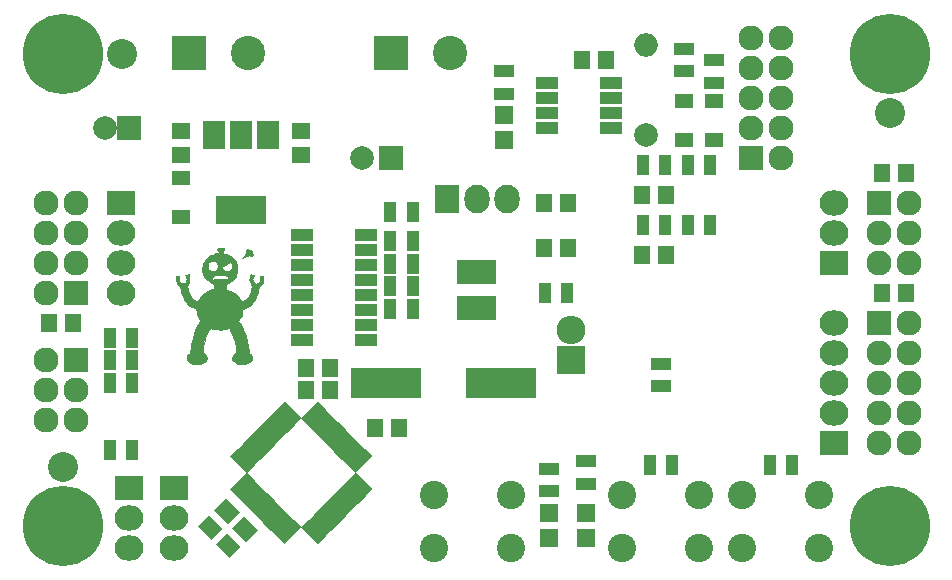
<source format=gts>
G04 #@! TF.FileFunction,Soldermask,Top*
%FSLAX46Y46*%
G04 Gerber Fmt 4.6, Leading zero omitted, Abs format (unit mm)*
G04 Created by KiCad (PCBNEW 4.0.7) date Monday, 16 October 2017 'PMt' 16:50:30*
%MOMM*%
%LPD*%
G01*
G04 APERTURE LIST*
%ADD10C,0.100000*%
%ADD11C,0.010000*%
%ADD12C,2.540000*%
%ADD13C,6.800000*%
%ADD14C,1.000000*%
%ADD15R,2.127200X2.127200*%
%ADD16O,2.127200X2.127200*%
%ADD17R,1.200000X2.000000*%
%ADD18R,1.000000X2.000000*%
%ADD19R,2.127200X2.432000*%
%ADD20O,2.127200X2.432000*%
%ADD21R,2.432000X2.432000*%
%ADD22O,2.432000X2.432000*%
%ADD23R,2.432000X2.127200*%
%ADD24O,2.432000X2.127200*%
%ADD25R,2.900000X2.900000*%
%ADD26C,2.900000*%
%ADD27C,2.400000*%
%ADD28R,1.950000X1.000000*%
%ADD29R,1.900000X1.000000*%
%ADD30R,6.000700X2.500580*%
%ADD31R,1.400000X1.650000*%
%ADD32R,1.650000X1.400000*%
%ADD33R,1.598880X1.598880*%
%ADD34R,1.700000X1.100000*%
%ADD35R,1.100000X1.700000*%
%ADD36R,4.200000X2.400000*%
%ADD37R,1.900000X2.400000*%
%ADD38C,2.000000*%
%ADD39O,2.000000X2.000000*%
%ADD40R,2.000000X2.000000*%
%ADD41R,1.600000X1.300000*%
G04 APERTURE END LIST*
D10*
D11*
G36*
X128416336Y-96425315D02*
X128461302Y-96427722D01*
X128494014Y-96433031D01*
X128521041Y-96442307D01*
X128548750Y-96456500D01*
X128604358Y-96497102D01*
X128636627Y-96542094D01*
X128645078Y-96589402D01*
X128629231Y-96636950D01*
X128598946Y-96673570D01*
X128580336Y-96692220D01*
X128569346Y-96709846D01*
X128564285Y-96733367D01*
X128563461Y-96769706D01*
X128564749Y-96813541D01*
X128568450Y-96918109D01*
X128644650Y-96935181D01*
X128826285Y-96987351D01*
X128998363Y-97059539D01*
X129158647Y-97150045D01*
X129304900Y-97257172D01*
X129434883Y-97379220D01*
X129546360Y-97514493D01*
X129637094Y-97661291D01*
X129658871Y-97705061D01*
X129717427Y-97855353D01*
X129756543Y-98013994D01*
X129775772Y-98176051D01*
X129774670Y-98336588D01*
X129752791Y-98490669D01*
X129735788Y-98557472D01*
X129686405Y-98692976D01*
X129618908Y-98829876D01*
X129537584Y-98961079D01*
X129446721Y-99079492D01*
X129373212Y-99157246D01*
X129305548Y-99215589D01*
X129224312Y-99276052D01*
X129135481Y-99334956D01*
X129045029Y-99388620D01*
X128958932Y-99433364D01*
X128883166Y-99465507D01*
X128860550Y-99472993D01*
X128809750Y-99488233D01*
X128806306Y-99729571D01*
X128802863Y-99970908D01*
X128926956Y-100005294D01*
X129136299Y-100074695D01*
X129329416Y-100162122D01*
X129505534Y-100266960D01*
X129663877Y-100388595D01*
X129803669Y-100526412D01*
X129924134Y-100679798D01*
X130024499Y-100848139D01*
X130045952Y-100891630D01*
X130071434Y-100942146D01*
X130094187Y-100973868D01*
X130119759Y-100988657D01*
X130153697Y-100988373D01*
X130201553Y-100974876D01*
X130245968Y-100958689D01*
X130357974Y-100904751D01*
X130468586Y-100829297D01*
X130573864Y-100736082D01*
X130669869Y-100628859D01*
X130752662Y-100511385D01*
X130795908Y-100434504D01*
X130827705Y-100366755D01*
X130860624Y-100287832D01*
X130891362Y-100206424D01*
X130916620Y-100131222D01*
X130931701Y-100077037D01*
X130944977Y-100014809D01*
X130958101Y-99943288D01*
X130970006Y-99869481D01*
X130979627Y-99800398D01*
X130985898Y-99743046D01*
X130987800Y-99708171D01*
X130991414Y-99673649D01*
X131000268Y-99649783D01*
X131001786Y-99647993D01*
X131004800Y-99633469D01*
X130992623Y-99607924D01*
X130963698Y-99568130D01*
X130962672Y-99566830D01*
X130888562Y-99455562D01*
X130835019Y-99333664D01*
X130820919Y-99288724D01*
X130807920Y-99237969D01*
X130800546Y-99192029D01*
X130798706Y-99144205D01*
X130802310Y-99087799D01*
X130811267Y-99016112D01*
X130816735Y-98978965D01*
X130832562Y-98884492D01*
X130848695Y-98807228D01*
X130864593Y-98749069D01*
X130879712Y-98711914D01*
X130893513Y-98697656D01*
X130897030Y-98698012D01*
X130916370Y-98703542D01*
X130954183Y-98712968D01*
X131004134Y-98724740D01*
X131036837Y-98732183D01*
X131089125Y-98744133D01*
X131131201Y-98754134D01*
X131157530Y-98760851D01*
X131163553Y-98762802D01*
X131159655Y-98774038D01*
X131144874Y-98799004D01*
X131134570Y-98814537D01*
X131096006Y-98887291D01*
X131068477Y-98972361D01*
X131054842Y-99058906D01*
X131055182Y-99115512D01*
X131073800Y-99214550D01*
X131108915Y-99303450D01*
X131158216Y-99378315D01*
X131219396Y-99435245D01*
X131257905Y-99457801D01*
X131301624Y-99471280D01*
X131357021Y-99478420D01*
X131377069Y-99478980D01*
X131460306Y-99466949D01*
X131534385Y-99431536D01*
X131598518Y-99373342D01*
X131651913Y-99292969D01*
X131669174Y-99256850D01*
X131680214Y-99216632D01*
X131687917Y-99159001D01*
X131692168Y-99091303D01*
X131692857Y-99020888D01*
X131689870Y-98955104D01*
X131683095Y-98901297D01*
X131675065Y-98872267D01*
X131664711Y-98844110D01*
X131661854Y-98828441D01*
X131662365Y-98827616D01*
X131676307Y-98826979D01*
X131709954Y-98827645D01*
X131757651Y-98829461D01*
X131793777Y-98831198D01*
X131920304Y-98837750D01*
X131936390Y-98913950D01*
X131943645Y-98962602D01*
X131948863Y-99025353D01*
X131951199Y-99090928D01*
X131951197Y-99110800D01*
X131938964Y-99247117D01*
X131904775Y-99371449D01*
X131847846Y-99485839D01*
X131767396Y-99592331D01*
X131766344Y-99593504D01*
X131726593Y-99631818D01*
X131677161Y-99671092D01*
X131624954Y-99706631D01*
X131576880Y-99733736D01*
X131539845Y-99747711D01*
X131539480Y-99747783D01*
X131517551Y-99758339D01*
X131512031Y-99772885D01*
X131524379Y-99782980D01*
X131533240Y-99783900D01*
X131552266Y-99787508D01*
X131564085Y-99800738D01*
X131569253Y-99827194D01*
X131568329Y-99870484D01*
X131561870Y-99934211D01*
X131559486Y-99953523D01*
X131523603Y-100155555D01*
X131467430Y-100360732D01*
X131393304Y-100560662D01*
X131384598Y-100580955D01*
X131290236Y-100769625D01*
X131177844Y-100944724D01*
X131049215Y-101104549D01*
X130906145Y-101247392D01*
X130750426Y-101371550D01*
X130583855Y-101475316D01*
X130408224Y-101556984D01*
X130327400Y-101585849D01*
X130219450Y-101620878D01*
X130210197Y-101734264D01*
X130181798Y-101927337D01*
X130128427Y-102119192D01*
X130050514Y-102308596D01*
X129948487Y-102494320D01*
X129941739Y-102505111D01*
X129871623Y-102616473D01*
X129930296Y-102701961D01*
X130017613Y-102838901D01*
X130106180Y-102995990D01*
X130193706Y-103168226D01*
X130277898Y-103350607D01*
X130356465Y-103538130D01*
X130427116Y-103725794D01*
X130487557Y-103908596D01*
X130496050Y-103936800D01*
X130519034Y-104014324D01*
X130537143Y-104076131D01*
X130551768Y-104127679D01*
X130564300Y-104174426D01*
X130576131Y-104221833D01*
X130588652Y-104275359D01*
X130603253Y-104340462D01*
X130621327Y-104422601D01*
X130630367Y-104463850D01*
X130650260Y-104563495D01*
X130670653Y-104681492D01*
X130690553Y-104810835D01*
X130708967Y-104944519D01*
X130724903Y-105075539D01*
X130737367Y-105196890D01*
X130741923Y-105250908D01*
X130750229Y-105358972D01*
X130802339Y-105389639D01*
X130846562Y-105421103D01*
X130896854Y-105465213D01*
X130947026Y-105515624D01*
X130990886Y-105565988D01*
X131022243Y-105609958D01*
X131028608Y-105621606D01*
X131044767Y-105670167D01*
X131052342Y-105734811D01*
X131053194Y-105766697D01*
X131049062Y-105839135D01*
X131033354Y-105900153D01*
X131002961Y-105956521D01*
X130954770Y-106015004D01*
X130925270Y-106044968D01*
X130860905Y-106100440D01*
X130787683Y-106148216D01*
X130700282Y-106191263D01*
X130593380Y-106232549D01*
X130581400Y-106236699D01*
X130460750Y-106278131D01*
X130194050Y-106278015D01*
X130103651Y-106277801D01*
X130034075Y-106276980D01*
X129980747Y-106275147D01*
X129939089Y-106271898D01*
X129904525Y-106266826D01*
X129872480Y-106259529D01*
X129838377Y-106249601D01*
X129824945Y-106245379D01*
X129692220Y-106195417D01*
X129577834Y-106136165D01*
X129483005Y-106068775D01*
X129408950Y-105994398D01*
X129356886Y-105914187D01*
X129328030Y-105829293D01*
X129322285Y-105769634D01*
X129334504Y-105685802D01*
X129369442Y-105602944D01*
X129424518Y-105524308D01*
X129497152Y-105453143D01*
X129584766Y-105392695D01*
X129646307Y-105361660D01*
X129682765Y-105345647D01*
X129676326Y-105152398D01*
X129673818Y-105087592D01*
X129670565Y-105029859D01*
X129665984Y-104974453D01*
X129659494Y-104916627D01*
X129650512Y-104851634D01*
X129638455Y-104774728D01*
X129622742Y-104681164D01*
X129608206Y-104597200D01*
X129563397Y-104379776D01*
X129505797Y-104164796D01*
X129437001Y-103956544D01*
X129358602Y-103759303D01*
X129272194Y-103577357D01*
X129179372Y-103414991D01*
X129153470Y-103375143D01*
X129114057Y-103315623D01*
X129085575Y-103274057D01*
X129063612Y-103248153D01*
X129043761Y-103235619D01*
X129021612Y-103234164D01*
X128992754Y-103241495D01*
X128952779Y-103255322D01*
X128934744Y-103261473D01*
X128877913Y-103278582D01*
X128805239Y-103297734D01*
X128725904Y-103316636D01*
X128649093Y-103332992D01*
X128646107Y-103333580D01*
X128583477Y-103345529D01*
X128531497Y-103354217D01*
X128484264Y-103360036D01*
X128435875Y-103363375D01*
X128380426Y-103364626D01*
X128312015Y-103364181D01*
X128224738Y-103362431D01*
X128214307Y-103362188D01*
X128118057Y-103359521D01*
X128040395Y-103355953D01*
X127974507Y-103350581D01*
X127913583Y-103342501D01*
X127850808Y-103330807D01*
X127779371Y-103314598D01*
X127692460Y-103292967D01*
X127692150Y-103292888D01*
X127636240Y-103277116D01*
X127577479Y-103258203D01*
X127548818Y-103247895D01*
X127511908Y-103234787D01*
X127486187Y-103227493D01*
X127478456Y-103227114D01*
X127469907Y-103239076D01*
X127450586Y-103265807D01*
X127424662Y-103301539D01*
X127424472Y-103301800D01*
X127323682Y-103456541D01*
X127229747Y-103632590D01*
X127143720Y-103826528D01*
X127066653Y-104034935D01*
X126999602Y-104254389D01*
X126943618Y-104481472D01*
X126899756Y-104712763D01*
X126869069Y-104944841D01*
X126853383Y-105156000D01*
X126845109Y-105340150D01*
X126918295Y-105377726D01*
X127018627Y-105439374D01*
X127098997Y-105510311D01*
X127158074Y-105588762D01*
X127194532Y-105672955D01*
X127207040Y-105761116D01*
X127207035Y-105763183D01*
X127194169Y-105853726D01*
X127157303Y-105939171D01*
X127097503Y-106018515D01*
X127015839Y-106090754D01*
X126913376Y-106154886D01*
X126791184Y-106209906D01*
X126698396Y-106241295D01*
X126647429Y-106255349D01*
X126599485Y-106265303D01*
X126547599Y-106272042D01*
X126484804Y-106276451D01*
X126404133Y-106279414D01*
X126396750Y-106279614D01*
X126322304Y-106280760D01*
X126249965Y-106280402D01*
X126186790Y-106278673D01*
X126139837Y-106275705D01*
X126130050Y-106274603D01*
X126008942Y-106250807D01*
X125891878Y-106213073D01*
X125782579Y-106163567D01*
X125684765Y-106104452D01*
X125602155Y-106037892D01*
X125538469Y-105966052D01*
X125506128Y-105911650D01*
X125480171Y-105827962D01*
X125476293Y-105739341D01*
X125493747Y-105651996D01*
X125531789Y-105572140D01*
X125549899Y-105547021D01*
X125587826Y-105505097D01*
X125636762Y-105458562D01*
X125689231Y-105413889D01*
X125737755Y-105377555D01*
X125764925Y-105360786D01*
X125779204Y-105350934D01*
X125787747Y-105336133D01*
X125792000Y-105310423D01*
X125793409Y-105267842D01*
X125793500Y-105242927D01*
X125796040Y-105177844D01*
X125803205Y-105092801D01*
X125814309Y-104992675D01*
X125828667Y-104882345D01*
X125845594Y-104766690D01*
X125864405Y-104650587D01*
X125884415Y-104538915D01*
X125904938Y-104436552D01*
X125910055Y-104413050D01*
X125999584Y-104056505D01*
X126105871Y-103718923D01*
X126228989Y-103400110D01*
X126369016Y-103099874D01*
X126526027Y-102818023D01*
X126557306Y-102767298D01*
X126590114Y-102713605D01*
X126617273Y-102666638D01*
X126636191Y-102631064D01*
X126644279Y-102611548D01*
X126644400Y-102610412D01*
X126636831Y-102589252D01*
X126618280Y-102560799D01*
X126614971Y-102556649D01*
X126587225Y-102517819D01*
X126552957Y-102462464D01*
X126515936Y-102397281D01*
X126479930Y-102328969D01*
X126448707Y-102264224D01*
X126442160Y-102249538D01*
X126385226Y-102094114D01*
X126342949Y-101923816D01*
X126320617Y-101779074D01*
X126313032Y-101718221D01*
X126305309Y-101666687D01*
X126298316Y-101629663D01*
X126292925Y-101612339D01*
X126292614Y-101611984D01*
X126276246Y-101603999D01*
X126242190Y-101591625D01*
X126197228Y-101577288D01*
X126188221Y-101574605D01*
X126134134Y-101555876D01*
X126068715Y-101529125D01*
X126002718Y-101498875D01*
X125974693Y-101484805D01*
X125797194Y-101378335D01*
X125633594Y-101251237D01*
X125484869Y-101104752D01*
X125351998Y-100940122D01*
X125235960Y-100758586D01*
X125137733Y-100561388D01*
X125058294Y-100349766D01*
X125044385Y-100304600D01*
X125023236Y-100226213D01*
X125002254Y-100135899D01*
X124983024Y-100041691D01*
X124967131Y-99951624D01*
X124956159Y-99873732D01*
X124952960Y-99841165D01*
X124952078Y-99808293D01*
X124959388Y-99792374D01*
X124979647Y-99785193D01*
X124986057Y-99784015D01*
X125012221Y-99774877D01*
X125027698Y-99761742D01*
X125028522Y-99750202D01*
X125013146Y-99745800D01*
X124991595Y-99740288D01*
X124955992Y-99725942D01*
X124920012Y-99708825D01*
X124829285Y-99649213D01*
X124747742Y-99569191D01*
X124678319Y-99472972D01*
X124623951Y-99364764D01*
X124587575Y-99248779D01*
X124582732Y-99225100D01*
X124575945Y-99177565D01*
X124573705Y-99127314D01*
X124576002Y-99066815D01*
X124582449Y-98992291D01*
X124589009Y-98932990D01*
X124595656Y-98883226D01*
X124601604Y-98848290D01*
X124605998Y-98833541D01*
X124620664Y-98829917D01*
X124653288Y-98826344D01*
X124697427Y-98823119D01*
X124746639Y-98820539D01*
X124794481Y-98818900D01*
X124834511Y-98818499D01*
X124860285Y-98819632D01*
X124866399Y-98821554D01*
X124863018Y-98835584D01*
X124854285Y-98866367D01*
X124845540Y-98895769D01*
X124826404Y-98992840D01*
X124825474Y-99091308D01*
X124841353Y-99186835D01*
X124872644Y-99275082D01*
X124917950Y-99351711D01*
X124975875Y-99412383D01*
X125021469Y-99442163D01*
X125077033Y-99460174D01*
X125144648Y-99466928D01*
X125213605Y-99462442D01*
X125273194Y-99446734D01*
X125284033Y-99441748D01*
X125346596Y-99396310D01*
X125399472Y-99330774D01*
X125440219Y-99249387D01*
X125466398Y-99156394D01*
X125472591Y-99113685D01*
X125471799Y-99047782D01*
X125459133Y-98972020D01*
X125437177Y-98897419D01*
X125408519Y-98835002D01*
X125406345Y-98831400D01*
X125386818Y-98799550D01*
X125372408Y-98775784D01*
X125370250Y-98772157D01*
X125375971Y-98762732D01*
X125403724Y-98750841D01*
X125454671Y-98736066D01*
X125503079Y-98724176D01*
X125559497Y-98711468D01*
X125606177Y-98701939D01*
X125638004Y-98696566D01*
X125649768Y-98696134D01*
X125655652Y-98711175D01*
X125660896Y-98734260D01*
X125670453Y-98773009D01*
X125679352Y-98800049D01*
X125685504Y-98824805D01*
X125693349Y-98868863D01*
X125701933Y-98926268D01*
X125710303Y-98991060D01*
X125711306Y-98999547D01*
X125719458Y-99075625D01*
X125723522Y-99132775D01*
X125723611Y-99177121D01*
X125719839Y-99214787D01*
X125715725Y-99236941D01*
X125694132Y-99311647D01*
X125661411Y-99392789D01*
X125621964Y-99471051D01*
X125580192Y-99537117D01*
X125564331Y-99557435D01*
X125536844Y-99591282D01*
X125523057Y-99615273D01*
X125520025Y-99638738D01*
X125524804Y-99671008D01*
X125526215Y-99678212D01*
X125533216Y-99716829D01*
X125542451Y-99772118D01*
X125552532Y-99835612D01*
X125559161Y-99879150D01*
X125601029Y-100084868D01*
X125662878Y-100275214D01*
X125744630Y-100449974D01*
X125818017Y-100569318D01*
X125863832Y-100629134D01*
X125921746Y-100694471D01*
X125985550Y-100759123D01*
X126049036Y-100816881D01*
X126105992Y-100861536D01*
X126119112Y-100870329D01*
X126181503Y-100906045D01*
X126250815Y-100939018D01*
X126318607Y-100965678D01*
X126376442Y-100982458D01*
X126390226Y-100984978D01*
X126413912Y-100987512D01*
X126429954Y-100983354D01*
X126443361Y-100967847D01*
X126459140Y-100936333D01*
X126470862Y-100909999D01*
X126528184Y-100800109D01*
X126604398Y-100684294D01*
X126695351Y-100567313D01*
X126796893Y-100453926D01*
X126904869Y-100348892D01*
X127015130Y-100256971D01*
X127082550Y-100208830D01*
X127268739Y-100098350D01*
X127466102Y-100006056D01*
X127668308Y-99934740D01*
X127759144Y-99910249D01*
X127813439Y-99897048D01*
X127809944Y-99698144D01*
X127806450Y-99499239D01*
X127749300Y-99482807D01*
X127659444Y-99450093D01*
X127559218Y-99401976D01*
X127454874Y-99342257D01*
X127352664Y-99274737D01*
X127258841Y-99203218D01*
X127192770Y-99144467D01*
X127090980Y-99031662D01*
X127596900Y-99031662D01*
X127606116Y-99087168D01*
X127634061Y-99125644D01*
X127681176Y-99147688D01*
X127682858Y-99148094D01*
X127695821Y-99145424D01*
X127727197Y-99137618D01*
X127770891Y-99126207D01*
X127783603Y-99122815D01*
X127830598Y-99109825D01*
X127867836Y-99098795D01*
X127888681Y-99091710D01*
X127890478Y-99090836D01*
X127910358Y-99085171D01*
X127950343Y-99078516D01*
X128005183Y-99071398D01*
X128069628Y-99064349D01*
X128138428Y-99057896D01*
X128206334Y-99052569D01*
X128268095Y-99048897D01*
X128318463Y-99047409D01*
X128321310Y-99047401D01*
X128392477Y-99049519D01*
X128473764Y-99055428D01*
X128558583Y-99064304D01*
X128640346Y-99075321D01*
X128712466Y-99087653D01*
X128768355Y-99100474D01*
X128784350Y-99105435D01*
X128828896Y-99116236D01*
X128881275Y-99122607D01*
X128900903Y-99123315D01*
X128955434Y-99116478D01*
X128991980Y-99094084D01*
X129012585Y-99053845D01*
X129019291Y-98993473D01*
X129019300Y-98990813D01*
X129015364Y-98947804D01*
X129001270Y-98912724D01*
X128973589Y-98881919D01*
X128928892Y-98851737D01*
X128863749Y-98818526D01*
X128852706Y-98813382D01*
X128748311Y-98771859D01*
X128639467Y-98742774D01*
X128520315Y-98725027D01*
X128384995Y-98717519D01*
X128339316Y-98717100D01*
X128174364Y-98724334D01*
X128028367Y-98746487D01*
X127899249Y-98784238D01*
X127784935Y-98838262D01*
X127683347Y-98909238D01*
X127644525Y-98943745D01*
X127613113Y-98978533D01*
X127599030Y-99009675D01*
X127596900Y-99031662D01*
X127090980Y-99031662D01*
X127075970Y-99015028D01*
X126979090Y-98873487D01*
X126902594Y-98722345D01*
X126846947Y-98564106D01*
X126812616Y-98401273D01*
X126800065Y-98236350D01*
X126809760Y-98071839D01*
X126824894Y-97996375D01*
X127256510Y-97996375D01*
X127259216Y-98050486D01*
X127265050Y-98102185D01*
X127273170Y-98145542D01*
X127282731Y-98174625D01*
X127291623Y-98183700D01*
X127302433Y-98194367D01*
X127309287Y-98212275D01*
X127325910Y-98244198D01*
X127358192Y-98282790D01*
X127399905Y-98321828D01*
X127444821Y-98355088D01*
X127462749Y-98365628D01*
X127561691Y-98406088D01*
X127662446Y-98421665D01*
X127768266Y-98412828D01*
X127777249Y-98411039D01*
X127871912Y-98378793D01*
X127956313Y-98324771D01*
X128027111Y-98251636D01*
X128075717Y-98173152D01*
X128094093Y-98131506D01*
X128102401Y-98102048D01*
X128474452Y-98102048D01*
X128479932Y-98130432D01*
X128483327Y-98142022D01*
X128510635Y-98201948D01*
X128554746Y-98264240D01*
X128609314Y-98320810D01*
X128646524Y-98350089D01*
X128736641Y-98397176D01*
X128835259Y-98420384D01*
X128942085Y-98419662D01*
X128996449Y-98410745D01*
X129089773Y-98379610D01*
X129168968Y-98328267D01*
X129235135Y-98255788D01*
X129287519Y-98165251D01*
X129305079Y-98124941D01*
X129315402Y-98090821D01*
X129320000Y-98053853D01*
X129320385Y-98005004D01*
X129319499Y-97974150D01*
X129315600Y-97909064D01*
X129308045Y-97861070D01*
X129295232Y-97821941D01*
X129286133Y-97802700D01*
X129259149Y-97758630D01*
X129225292Y-97714859D01*
X129189500Y-97676621D01*
X129156710Y-97649146D01*
X129131861Y-97637670D01*
X129130349Y-97637600D01*
X129113081Y-97644644D01*
X129078800Y-97664269D01*
X129031103Y-97694208D01*
X128973587Y-97732197D01*
X128909850Y-97775971D01*
X128903422Y-97780475D01*
X128836876Y-97827069D01*
X128774210Y-97870743D01*
X128719637Y-97908575D01*
X128677372Y-97937642D01*
X128651628Y-97955025D01*
X128651515Y-97955100D01*
X128559876Y-98018515D01*
X128500726Y-98064554D01*
X128480575Y-98083689D01*
X128474452Y-98102048D01*
X128102401Y-98102048D01*
X128104815Y-98093490D01*
X128109814Y-98049256D01*
X128111022Y-97993200D01*
X128109682Y-97933421D01*
X128104186Y-97888558D01*
X128092530Y-97848219D01*
X128075237Y-97807448D01*
X128021378Y-97718649D01*
X127951160Y-97648971D01*
X127865884Y-97599282D01*
X127766852Y-97570445D01*
X127709232Y-97563913D01*
X127613092Y-97565312D01*
X127531681Y-97583162D01*
X127458764Y-97619572D01*
X127394868Y-97670306D01*
X127331816Y-97737831D01*
X127289998Y-97806511D01*
X127265931Y-97883347D01*
X127257778Y-97945783D01*
X127256510Y-97996375D01*
X126824894Y-97996375D01*
X126842168Y-97910245D01*
X126897752Y-97754070D01*
X126923955Y-97698809D01*
X127012697Y-97549698D01*
X127121920Y-97408693D01*
X127246864Y-97281207D01*
X127382771Y-97172655D01*
X127392097Y-97166229D01*
X127526967Y-97085915D01*
X127677108Y-97016913D01*
X127834396Y-96962282D01*
X127990706Y-96925082D01*
X128060450Y-96914616D01*
X128132062Y-96906188D01*
X128182311Y-96899471D01*
X128214954Y-96892422D01*
X128233749Y-96882994D01*
X128242453Y-96869144D01*
X128244825Y-96848827D01*
X128244620Y-96819999D01*
X128244600Y-96814409D01*
X128243885Y-96772909D01*
X128239222Y-96749323D01*
X128226836Y-96736164D01*
X128202950Y-96725945D01*
X128199309Y-96724625D01*
X128160151Y-96705214D01*
X128119410Y-96677444D01*
X128110409Y-96669958D01*
X128076154Y-96627009D01*
X128066438Y-96581316D01*
X128080806Y-96534659D01*
X128118805Y-96488819D01*
X128165433Y-96454232D01*
X128189450Y-96440975D01*
X128214454Y-96432375D01*
X128246643Y-96427456D01*
X128292215Y-96425240D01*
X128352550Y-96424750D01*
X128416336Y-96425315D01*
X128416336Y-96425315D01*
G37*
X128416336Y-96425315D02*
X128461302Y-96427722D01*
X128494014Y-96433031D01*
X128521041Y-96442307D01*
X128548750Y-96456500D01*
X128604358Y-96497102D01*
X128636627Y-96542094D01*
X128645078Y-96589402D01*
X128629231Y-96636950D01*
X128598946Y-96673570D01*
X128580336Y-96692220D01*
X128569346Y-96709846D01*
X128564285Y-96733367D01*
X128563461Y-96769706D01*
X128564749Y-96813541D01*
X128568450Y-96918109D01*
X128644650Y-96935181D01*
X128826285Y-96987351D01*
X128998363Y-97059539D01*
X129158647Y-97150045D01*
X129304900Y-97257172D01*
X129434883Y-97379220D01*
X129546360Y-97514493D01*
X129637094Y-97661291D01*
X129658871Y-97705061D01*
X129717427Y-97855353D01*
X129756543Y-98013994D01*
X129775772Y-98176051D01*
X129774670Y-98336588D01*
X129752791Y-98490669D01*
X129735788Y-98557472D01*
X129686405Y-98692976D01*
X129618908Y-98829876D01*
X129537584Y-98961079D01*
X129446721Y-99079492D01*
X129373212Y-99157246D01*
X129305548Y-99215589D01*
X129224312Y-99276052D01*
X129135481Y-99334956D01*
X129045029Y-99388620D01*
X128958932Y-99433364D01*
X128883166Y-99465507D01*
X128860550Y-99472993D01*
X128809750Y-99488233D01*
X128806306Y-99729571D01*
X128802863Y-99970908D01*
X128926956Y-100005294D01*
X129136299Y-100074695D01*
X129329416Y-100162122D01*
X129505534Y-100266960D01*
X129663877Y-100388595D01*
X129803669Y-100526412D01*
X129924134Y-100679798D01*
X130024499Y-100848139D01*
X130045952Y-100891630D01*
X130071434Y-100942146D01*
X130094187Y-100973868D01*
X130119759Y-100988657D01*
X130153697Y-100988373D01*
X130201553Y-100974876D01*
X130245968Y-100958689D01*
X130357974Y-100904751D01*
X130468586Y-100829297D01*
X130573864Y-100736082D01*
X130669869Y-100628859D01*
X130752662Y-100511385D01*
X130795908Y-100434504D01*
X130827705Y-100366755D01*
X130860624Y-100287832D01*
X130891362Y-100206424D01*
X130916620Y-100131222D01*
X130931701Y-100077037D01*
X130944977Y-100014809D01*
X130958101Y-99943288D01*
X130970006Y-99869481D01*
X130979627Y-99800398D01*
X130985898Y-99743046D01*
X130987800Y-99708171D01*
X130991414Y-99673649D01*
X131000268Y-99649783D01*
X131001786Y-99647993D01*
X131004800Y-99633469D01*
X130992623Y-99607924D01*
X130963698Y-99568130D01*
X130962672Y-99566830D01*
X130888562Y-99455562D01*
X130835019Y-99333664D01*
X130820919Y-99288724D01*
X130807920Y-99237969D01*
X130800546Y-99192029D01*
X130798706Y-99144205D01*
X130802310Y-99087799D01*
X130811267Y-99016112D01*
X130816735Y-98978965D01*
X130832562Y-98884492D01*
X130848695Y-98807228D01*
X130864593Y-98749069D01*
X130879712Y-98711914D01*
X130893513Y-98697656D01*
X130897030Y-98698012D01*
X130916370Y-98703542D01*
X130954183Y-98712968D01*
X131004134Y-98724740D01*
X131036837Y-98732183D01*
X131089125Y-98744133D01*
X131131201Y-98754134D01*
X131157530Y-98760851D01*
X131163553Y-98762802D01*
X131159655Y-98774038D01*
X131144874Y-98799004D01*
X131134570Y-98814537D01*
X131096006Y-98887291D01*
X131068477Y-98972361D01*
X131054842Y-99058906D01*
X131055182Y-99115512D01*
X131073800Y-99214550D01*
X131108915Y-99303450D01*
X131158216Y-99378315D01*
X131219396Y-99435245D01*
X131257905Y-99457801D01*
X131301624Y-99471280D01*
X131357021Y-99478420D01*
X131377069Y-99478980D01*
X131460306Y-99466949D01*
X131534385Y-99431536D01*
X131598518Y-99373342D01*
X131651913Y-99292969D01*
X131669174Y-99256850D01*
X131680214Y-99216632D01*
X131687917Y-99159001D01*
X131692168Y-99091303D01*
X131692857Y-99020888D01*
X131689870Y-98955104D01*
X131683095Y-98901297D01*
X131675065Y-98872267D01*
X131664711Y-98844110D01*
X131661854Y-98828441D01*
X131662365Y-98827616D01*
X131676307Y-98826979D01*
X131709954Y-98827645D01*
X131757651Y-98829461D01*
X131793777Y-98831198D01*
X131920304Y-98837750D01*
X131936390Y-98913950D01*
X131943645Y-98962602D01*
X131948863Y-99025353D01*
X131951199Y-99090928D01*
X131951197Y-99110800D01*
X131938964Y-99247117D01*
X131904775Y-99371449D01*
X131847846Y-99485839D01*
X131767396Y-99592331D01*
X131766344Y-99593504D01*
X131726593Y-99631818D01*
X131677161Y-99671092D01*
X131624954Y-99706631D01*
X131576880Y-99733736D01*
X131539845Y-99747711D01*
X131539480Y-99747783D01*
X131517551Y-99758339D01*
X131512031Y-99772885D01*
X131524379Y-99782980D01*
X131533240Y-99783900D01*
X131552266Y-99787508D01*
X131564085Y-99800738D01*
X131569253Y-99827194D01*
X131568329Y-99870484D01*
X131561870Y-99934211D01*
X131559486Y-99953523D01*
X131523603Y-100155555D01*
X131467430Y-100360732D01*
X131393304Y-100560662D01*
X131384598Y-100580955D01*
X131290236Y-100769625D01*
X131177844Y-100944724D01*
X131049215Y-101104549D01*
X130906145Y-101247392D01*
X130750426Y-101371550D01*
X130583855Y-101475316D01*
X130408224Y-101556984D01*
X130327400Y-101585849D01*
X130219450Y-101620878D01*
X130210197Y-101734264D01*
X130181798Y-101927337D01*
X130128427Y-102119192D01*
X130050514Y-102308596D01*
X129948487Y-102494320D01*
X129941739Y-102505111D01*
X129871623Y-102616473D01*
X129930296Y-102701961D01*
X130017613Y-102838901D01*
X130106180Y-102995990D01*
X130193706Y-103168226D01*
X130277898Y-103350607D01*
X130356465Y-103538130D01*
X130427116Y-103725794D01*
X130487557Y-103908596D01*
X130496050Y-103936800D01*
X130519034Y-104014324D01*
X130537143Y-104076131D01*
X130551768Y-104127679D01*
X130564300Y-104174426D01*
X130576131Y-104221833D01*
X130588652Y-104275359D01*
X130603253Y-104340462D01*
X130621327Y-104422601D01*
X130630367Y-104463850D01*
X130650260Y-104563495D01*
X130670653Y-104681492D01*
X130690553Y-104810835D01*
X130708967Y-104944519D01*
X130724903Y-105075539D01*
X130737367Y-105196890D01*
X130741923Y-105250908D01*
X130750229Y-105358972D01*
X130802339Y-105389639D01*
X130846562Y-105421103D01*
X130896854Y-105465213D01*
X130947026Y-105515624D01*
X130990886Y-105565988D01*
X131022243Y-105609958D01*
X131028608Y-105621606D01*
X131044767Y-105670167D01*
X131052342Y-105734811D01*
X131053194Y-105766697D01*
X131049062Y-105839135D01*
X131033354Y-105900153D01*
X131002961Y-105956521D01*
X130954770Y-106015004D01*
X130925270Y-106044968D01*
X130860905Y-106100440D01*
X130787683Y-106148216D01*
X130700282Y-106191263D01*
X130593380Y-106232549D01*
X130581400Y-106236699D01*
X130460750Y-106278131D01*
X130194050Y-106278015D01*
X130103651Y-106277801D01*
X130034075Y-106276980D01*
X129980747Y-106275147D01*
X129939089Y-106271898D01*
X129904525Y-106266826D01*
X129872480Y-106259529D01*
X129838377Y-106249601D01*
X129824945Y-106245379D01*
X129692220Y-106195417D01*
X129577834Y-106136165D01*
X129483005Y-106068775D01*
X129408950Y-105994398D01*
X129356886Y-105914187D01*
X129328030Y-105829293D01*
X129322285Y-105769634D01*
X129334504Y-105685802D01*
X129369442Y-105602944D01*
X129424518Y-105524308D01*
X129497152Y-105453143D01*
X129584766Y-105392695D01*
X129646307Y-105361660D01*
X129682765Y-105345647D01*
X129676326Y-105152398D01*
X129673818Y-105087592D01*
X129670565Y-105029859D01*
X129665984Y-104974453D01*
X129659494Y-104916627D01*
X129650512Y-104851634D01*
X129638455Y-104774728D01*
X129622742Y-104681164D01*
X129608206Y-104597200D01*
X129563397Y-104379776D01*
X129505797Y-104164796D01*
X129437001Y-103956544D01*
X129358602Y-103759303D01*
X129272194Y-103577357D01*
X129179372Y-103414991D01*
X129153470Y-103375143D01*
X129114057Y-103315623D01*
X129085575Y-103274057D01*
X129063612Y-103248153D01*
X129043761Y-103235619D01*
X129021612Y-103234164D01*
X128992754Y-103241495D01*
X128952779Y-103255322D01*
X128934744Y-103261473D01*
X128877913Y-103278582D01*
X128805239Y-103297734D01*
X128725904Y-103316636D01*
X128649093Y-103332992D01*
X128646107Y-103333580D01*
X128583477Y-103345529D01*
X128531497Y-103354217D01*
X128484264Y-103360036D01*
X128435875Y-103363375D01*
X128380426Y-103364626D01*
X128312015Y-103364181D01*
X128224738Y-103362431D01*
X128214307Y-103362188D01*
X128118057Y-103359521D01*
X128040395Y-103355953D01*
X127974507Y-103350581D01*
X127913583Y-103342501D01*
X127850808Y-103330807D01*
X127779371Y-103314598D01*
X127692460Y-103292967D01*
X127692150Y-103292888D01*
X127636240Y-103277116D01*
X127577479Y-103258203D01*
X127548818Y-103247895D01*
X127511908Y-103234787D01*
X127486187Y-103227493D01*
X127478456Y-103227114D01*
X127469907Y-103239076D01*
X127450586Y-103265807D01*
X127424662Y-103301539D01*
X127424472Y-103301800D01*
X127323682Y-103456541D01*
X127229747Y-103632590D01*
X127143720Y-103826528D01*
X127066653Y-104034935D01*
X126999602Y-104254389D01*
X126943618Y-104481472D01*
X126899756Y-104712763D01*
X126869069Y-104944841D01*
X126853383Y-105156000D01*
X126845109Y-105340150D01*
X126918295Y-105377726D01*
X127018627Y-105439374D01*
X127098997Y-105510311D01*
X127158074Y-105588762D01*
X127194532Y-105672955D01*
X127207040Y-105761116D01*
X127207035Y-105763183D01*
X127194169Y-105853726D01*
X127157303Y-105939171D01*
X127097503Y-106018515D01*
X127015839Y-106090754D01*
X126913376Y-106154886D01*
X126791184Y-106209906D01*
X126698396Y-106241295D01*
X126647429Y-106255349D01*
X126599485Y-106265303D01*
X126547599Y-106272042D01*
X126484804Y-106276451D01*
X126404133Y-106279414D01*
X126396750Y-106279614D01*
X126322304Y-106280760D01*
X126249965Y-106280402D01*
X126186790Y-106278673D01*
X126139837Y-106275705D01*
X126130050Y-106274603D01*
X126008942Y-106250807D01*
X125891878Y-106213073D01*
X125782579Y-106163567D01*
X125684765Y-106104452D01*
X125602155Y-106037892D01*
X125538469Y-105966052D01*
X125506128Y-105911650D01*
X125480171Y-105827962D01*
X125476293Y-105739341D01*
X125493747Y-105651996D01*
X125531789Y-105572140D01*
X125549899Y-105547021D01*
X125587826Y-105505097D01*
X125636762Y-105458562D01*
X125689231Y-105413889D01*
X125737755Y-105377555D01*
X125764925Y-105360786D01*
X125779204Y-105350934D01*
X125787747Y-105336133D01*
X125792000Y-105310423D01*
X125793409Y-105267842D01*
X125793500Y-105242927D01*
X125796040Y-105177844D01*
X125803205Y-105092801D01*
X125814309Y-104992675D01*
X125828667Y-104882345D01*
X125845594Y-104766690D01*
X125864405Y-104650587D01*
X125884415Y-104538915D01*
X125904938Y-104436552D01*
X125910055Y-104413050D01*
X125999584Y-104056505D01*
X126105871Y-103718923D01*
X126228989Y-103400110D01*
X126369016Y-103099874D01*
X126526027Y-102818023D01*
X126557306Y-102767298D01*
X126590114Y-102713605D01*
X126617273Y-102666638D01*
X126636191Y-102631064D01*
X126644279Y-102611548D01*
X126644400Y-102610412D01*
X126636831Y-102589252D01*
X126618280Y-102560799D01*
X126614971Y-102556649D01*
X126587225Y-102517819D01*
X126552957Y-102462464D01*
X126515936Y-102397281D01*
X126479930Y-102328969D01*
X126448707Y-102264224D01*
X126442160Y-102249538D01*
X126385226Y-102094114D01*
X126342949Y-101923816D01*
X126320617Y-101779074D01*
X126313032Y-101718221D01*
X126305309Y-101666687D01*
X126298316Y-101629663D01*
X126292925Y-101612339D01*
X126292614Y-101611984D01*
X126276246Y-101603999D01*
X126242190Y-101591625D01*
X126197228Y-101577288D01*
X126188221Y-101574605D01*
X126134134Y-101555876D01*
X126068715Y-101529125D01*
X126002718Y-101498875D01*
X125974693Y-101484805D01*
X125797194Y-101378335D01*
X125633594Y-101251237D01*
X125484869Y-101104752D01*
X125351998Y-100940122D01*
X125235960Y-100758586D01*
X125137733Y-100561388D01*
X125058294Y-100349766D01*
X125044385Y-100304600D01*
X125023236Y-100226213D01*
X125002254Y-100135899D01*
X124983024Y-100041691D01*
X124967131Y-99951624D01*
X124956159Y-99873732D01*
X124952960Y-99841165D01*
X124952078Y-99808293D01*
X124959388Y-99792374D01*
X124979647Y-99785193D01*
X124986057Y-99784015D01*
X125012221Y-99774877D01*
X125027698Y-99761742D01*
X125028522Y-99750202D01*
X125013146Y-99745800D01*
X124991595Y-99740288D01*
X124955992Y-99725942D01*
X124920012Y-99708825D01*
X124829285Y-99649213D01*
X124747742Y-99569191D01*
X124678319Y-99472972D01*
X124623951Y-99364764D01*
X124587575Y-99248779D01*
X124582732Y-99225100D01*
X124575945Y-99177565D01*
X124573705Y-99127314D01*
X124576002Y-99066815D01*
X124582449Y-98992291D01*
X124589009Y-98932990D01*
X124595656Y-98883226D01*
X124601604Y-98848290D01*
X124605998Y-98833541D01*
X124620664Y-98829917D01*
X124653288Y-98826344D01*
X124697427Y-98823119D01*
X124746639Y-98820539D01*
X124794481Y-98818900D01*
X124834511Y-98818499D01*
X124860285Y-98819632D01*
X124866399Y-98821554D01*
X124863018Y-98835584D01*
X124854285Y-98866367D01*
X124845540Y-98895769D01*
X124826404Y-98992840D01*
X124825474Y-99091308D01*
X124841353Y-99186835D01*
X124872644Y-99275082D01*
X124917950Y-99351711D01*
X124975875Y-99412383D01*
X125021469Y-99442163D01*
X125077033Y-99460174D01*
X125144648Y-99466928D01*
X125213605Y-99462442D01*
X125273194Y-99446734D01*
X125284033Y-99441748D01*
X125346596Y-99396310D01*
X125399472Y-99330774D01*
X125440219Y-99249387D01*
X125466398Y-99156394D01*
X125472591Y-99113685D01*
X125471799Y-99047782D01*
X125459133Y-98972020D01*
X125437177Y-98897419D01*
X125408519Y-98835002D01*
X125406345Y-98831400D01*
X125386818Y-98799550D01*
X125372408Y-98775784D01*
X125370250Y-98772157D01*
X125375971Y-98762732D01*
X125403724Y-98750841D01*
X125454671Y-98736066D01*
X125503079Y-98724176D01*
X125559497Y-98711468D01*
X125606177Y-98701939D01*
X125638004Y-98696566D01*
X125649768Y-98696134D01*
X125655652Y-98711175D01*
X125660896Y-98734260D01*
X125670453Y-98773009D01*
X125679352Y-98800049D01*
X125685504Y-98824805D01*
X125693349Y-98868863D01*
X125701933Y-98926268D01*
X125710303Y-98991060D01*
X125711306Y-98999547D01*
X125719458Y-99075625D01*
X125723522Y-99132775D01*
X125723611Y-99177121D01*
X125719839Y-99214787D01*
X125715725Y-99236941D01*
X125694132Y-99311647D01*
X125661411Y-99392789D01*
X125621964Y-99471051D01*
X125580192Y-99537117D01*
X125564331Y-99557435D01*
X125536844Y-99591282D01*
X125523057Y-99615273D01*
X125520025Y-99638738D01*
X125524804Y-99671008D01*
X125526215Y-99678212D01*
X125533216Y-99716829D01*
X125542451Y-99772118D01*
X125552532Y-99835612D01*
X125559161Y-99879150D01*
X125601029Y-100084868D01*
X125662878Y-100275214D01*
X125744630Y-100449974D01*
X125818017Y-100569318D01*
X125863832Y-100629134D01*
X125921746Y-100694471D01*
X125985550Y-100759123D01*
X126049036Y-100816881D01*
X126105992Y-100861536D01*
X126119112Y-100870329D01*
X126181503Y-100906045D01*
X126250815Y-100939018D01*
X126318607Y-100965678D01*
X126376442Y-100982458D01*
X126390226Y-100984978D01*
X126413912Y-100987512D01*
X126429954Y-100983354D01*
X126443361Y-100967847D01*
X126459140Y-100936333D01*
X126470862Y-100909999D01*
X126528184Y-100800109D01*
X126604398Y-100684294D01*
X126695351Y-100567313D01*
X126796893Y-100453926D01*
X126904869Y-100348892D01*
X127015130Y-100256971D01*
X127082550Y-100208830D01*
X127268739Y-100098350D01*
X127466102Y-100006056D01*
X127668308Y-99934740D01*
X127759144Y-99910249D01*
X127813439Y-99897048D01*
X127809944Y-99698144D01*
X127806450Y-99499239D01*
X127749300Y-99482807D01*
X127659444Y-99450093D01*
X127559218Y-99401976D01*
X127454874Y-99342257D01*
X127352664Y-99274737D01*
X127258841Y-99203218D01*
X127192770Y-99144467D01*
X127090980Y-99031662D01*
X127596900Y-99031662D01*
X127606116Y-99087168D01*
X127634061Y-99125644D01*
X127681176Y-99147688D01*
X127682858Y-99148094D01*
X127695821Y-99145424D01*
X127727197Y-99137618D01*
X127770891Y-99126207D01*
X127783603Y-99122815D01*
X127830598Y-99109825D01*
X127867836Y-99098795D01*
X127888681Y-99091710D01*
X127890478Y-99090836D01*
X127910358Y-99085171D01*
X127950343Y-99078516D01*
X128005183Y-99071398D01*
X128069628Y-99064349D01*
X128138428Y-99057896D01*
X128206334Y-99052569D01*
X128268095Y-99048897D01*
X128318463Y-99047409D01*
X128321310Y-99047401D01*
X128392477Y-99049519D01*
X128473764Y-99055428D01*
X128558583Y-99064304D01*
X128640346Y-99075321D01*
X128712466Y-99087653D01*
X128768355Y-99100474D01*
X128784350Y-99105435D01*
X128828896Y-99116236D01*
X128881275Y-99122607D01*
X128900903Y-99123315D01*
X128955434Y-99116478D01*
X128991980Y-99094084D01*
X129012585Y-99053845D01*
X129019291Y-98993473D01*
X129019300Y-98990813D01*
X129015364Y-98947804D01*
X129001270Y-98912724D01*
X128973589Y-98881919D01*
X128928892Y-98851737D01*
X128863749Y-98818526D01*
X128852706Y-98813382D01*
X128748311Y-98771859D01*
X128639467Y-98742774D01*
X128520315Y-98725027D01*
X128384995Y-98717519D01*
X128339316Y-98717100D01*
X128174364Y-98724334D01*
X128028367Y-98746487D01*
X127899249Y-98784238D01*
X127784935Y-98838262D01*
X127683347Y-98909238D01*
X127644525Y-98943745D01*
X127613113Y-98978533D01*
X127599030Y-99009675D01*
X127596900Y-99031662D01*
X127090980Y-99031662D01*
X127075970Y-99015028D01*
X126979090Y-98873487D01*
X126902594Y-98722345D01*
X126846947Y-98564106D01*
X126812616Y-98401273D01*
X126800065Y-98236350D01*
X126809760Y-98071839D01*
X126824894Y-97996375D01*
X127256510Y-97996375D01*
X127259216Y-98050486D01*
X127265050Y-98102185D01*
X127273170Y-98145542D01*
X127282731Y-98174625D01*
X127291623Y-98183700D01*
X127302433Y-98194367D01*
X127309287Y-98212275D01*
X127325910Y-98244198D01*
X127358192Y-98282790D01*
X127399905Y-98321828D01*
X127444821Y-98355088D01*
X127462749Y-98365628D01*
X127561691Y-98406088D01*
X127662446Y-98421665D01*
X127768266Y-98412828D01*
X127777249Y-98411039D01*
X127871912Y-98378793D01*
X127956313Y-98324771D01*
X128027111Y-98251636D01*
X128075717Y-98173152D01*
X128094093Y-98131506D01*
X128102401Y-98102048D01*
X128474452Y-98102048D01*
X128479932Y-98130432D01*
X128483327Y-98142022D01*
X128510635Y-98201948D01*
X128554746Y-98264240D01*
X128609314Y-98320810D01*
X128646524Y-98350089D01*
X128736641Y-98397176D01*
X128835259Y-98420384D01*
X128942085Y-98419662D01*
X128996449Y-98410745D01*
X129089773Y-98379610D01*
X129168968Y-98328267D01*
X129235135Y-98255788D01*
X129287519Y-98165251D01*
X129305079Y-98124941D01*
X129315402Y-98090821D01*
X129320000Y-98053853D01*
X129320385Y-98005004D01*
X129319499Y-97974150D01*
X129315600Y-97909064D01*
X129308045Y-97861070D01*
X129295232Y-97821941D01*
X129286133Y-97802700D01*
X129259149Y-97758630D01*
X129225292Y-97714859D01*
X129189500Y-97676621D01*
X129156710Y-97649146D01*
X129131861Y-97637670D01*
X129130349Y-97637600D01*
X129113081Y-97644644D01*
X129078800Y-97664269D01*
X129031103Y-97694208D01*
X128973587Y-97732197D01*
X128909850Y-97775971D01*
X128903422Y-97780475D01*
X128836876Y-97827069D01*
X128774210Y-97870743D01*
X128719637Y-97908575D01*
X128677372Y-97937642D01*
X128651628Y-97955025D01*
X128651515Y-97955100D01*
X128559876Y-98018515D01*
X128500726Y-98064554D01*
X128480575Y-98083689D01*
X128474452Y-98102048D01*
X128102401Y-98102048D01*
X128104815Y-98093490D01*
X128109814Y-98049256D01*
X128111022Y-97993200D01*
X128109682Y-97933421D01*
X128104186Y-97888558D01*
X128092530Y-97848219D01*
X128075237Y-97807448D01*
X128021378Y-97718649D01*
X127951160Y-97648971D01*
X127865884Y-97599282D01*
X127766852Y-97570445D01*
X127709232Y-97563913D01*
X127613092Y-97565312D01*
X127531681Y-97583162D01*
X127458764Y-97619572D01*
X127394868Y-97670306D01*
X127331816Y-97737831D01*
X127289998Y-97806511D01*
X127265931Y-97883347D01*
X127257778Y-97945783D01*
X127256510Y-97996375D01*
X126824894Y-97996375D01*
X126842168Y-97910245D01*
X126897752Y-97754070D01*
X126923955Y-97698809D01*
X127012697Y-97549698D01*
X127121920Y-97408693D01*
X127246864Y-97281207D01*
X127382771Y-97172655D01*
X127392097Y-97166229D01*
X127526967Y-97085915D01*
X127677108Y-97016913D01*
X127834396Y-96962282D01*
X127990706Y-96925082D01*
X128060450Y-96914616D01*
X128132062Y-96906188D01*
X128182311Y-96899471D01*
X128214954Y-96892422D01*
X128233749Y-96882994D01*
X128242453Y-96869144D01*
X128244825Y-96848827D01*
X128244620Y-96819999D01*
X128244600Y-96814409D01*
X128243885Y-96772909D01*
X128239222Y-96749323D01*
X128226836Y-96736164D01*
X128202950Y-96725945D01*
X128199309Y-96724625D01*
X128160151Y-96705214D01*
X128119410Y-96677444D01*
X128110409Y-96669958D01*
X128076154Y-96627009D01*
X128066438Y-96581316D01*
X128080806Y-96534659D01*
X128118805Y-96488819D01*
X128165433Y-96454232D01*
X128189450Y-96440975D01*
X128214454Y-96432375D01*
X128246643Y-96427456D01*
X128292215Y-96425240D01*
X128352550Y-96424750D01*
X128416336Y-96425315D01*
G36*
X130686120Y-96578691D02*
X130729376Y-96603392D01*
X130753856Y-96636929D01*
X130768418Y-96665035D01*
X130777230Y-96681075D01*
X130777915Y-96682091D01*
X130790130Y-96679839D01*
X130817126Y-96670115D01*
X130826692Y-96666216D01*
X130882223Y-96649516D01*
X130927298Y-96652442D01*
X130968376Y-96675677D01*
X130975683Y-96681925D01*
X131009806Y-96727639D01*
X131024092Y-96781741D01*
X131017227Y-96836554D01*
X131006263Y-96860472D01*
X130983635Y-96898778D01*
X131031235Y-96943670D01*
X131063399Y-96979959D01*
X131072838Y-97006990D01*
X131072021Y-97011456D01*
X131063875Y-97041283D01*
X131056825Y-97069475D01*
X131040622Y-97102976D01*
X131016410Y-97129800D01*
X130977048Y-97150977D01*
X130933653Y-97153475D01*
X130882620Y-97136712D01*
X130820347Y-97100105D01*
X130816399Y-97097418D01*
X130732292Y-97039837D01*
X130558421Y-97131129D01*
X130490381Y-97166928D01*
X130423087Y-97202465D01*
X130363070Y-97234283D01*
X130316862Y-97258923D01*
X130305718Y-97264910D01*
X130261670Y-97288423D01*
X130234844Y-97301480D01*
X130220142Y-97305756D01*
X130212469Y-97302926D01*
X130208148Y-97296963D01*
X130213925Y-97284366D01*
X130234200Y-97256896D01*
X130266069Y-97218178D01*
X130306624Y-97171836D01*
X130322698Y-97154088D01*
X130371102Y-97100767D01*
X130417470Y-97049083D01*
X130457021Y-97004403D01*
X130484974Y-96972097D01*
X130488305Y-96968130D01*
X130532913Y-96914610D01*
X130498794Y-96844873D01*
X130478966Y-96799552D01*
X130470941Y-96764472D01*
X130472512Y-96728682D01*
X130473764Y-96720593D01*
X130491986Y-96669519D01*
X130525362Y-96623679D01*
X130567801Y-96589084D01*
X130613212Y-96571744D01*
X130625557Y-96570800D01*
X130686120Y-96578691D01*
X130686120Y-96578691D01*
G37*
X130686120Y-96578691D02*
X130729376Y-96603392D01*
X130753856Y-96636929D01*
X130768418Y-96665035D01*
X130777230Y-96681075D01*
X130777915Y-96682091D01*
X130790130Y-96679839D01*
X130817126Y-96670115D01*
X130826692Y-96666216D01*
X130882223Y-96649516D01*
X130927298Y-96652442D01*
X130968376Y-96675677D01*
X130975683Y-96681925D01*
X131009806Y-96727639D01*
X131024092Y-96781741D01*
X131017227Y-96836554D01*
X131006263Y-96860472D01*
X130983635Y-96898778D01*
X131031235Y-96943670D01*
X131063399Y-96979959D01*
X131072838Y-97006990D01*
X131072021Y-97011456D01*
X131063875Y-97041283D01*
X131056825Y-97069475D01*
X131040622Y-97102976D01*
X131016410Y-97129800D01*
X130977048Y-97150977D01*
X130933653Y-97153475D01*
X130882620Y-97136712D01*
X130820347Y-97100105D01*
X130816399Y-97097418D01*
X130732292Y-97039837D01*
X130558421Y-97131129D01*
X130490381Y-97166928D01*
X130423087Y-97202465D01*
X130363070Y-97234283D01*
X130316862Y-97258923D01*
X130305718Y-97264910D01*
X130261670Y-97288423D01*
X130234844Y-97301480D01*
X130220142Y-97305756D01*
X130212469Y-97302926D01*
X130208148Y-97296963D01*
X130213925Y-97284366D01*
X130234200Y-97256896D01*
X130266069Y-97218178D01*
X130306624Y-97171836D01*
X130322698Y-97154088D01*
X130371102Y-97100767D01*
X130417470Y-97049083D01*
X130457021Y-97004403D01*
X130484974Y-96972097D01*
X130488305Y-96968130D01*
X130532913Y-96914610D01*
X130498794Y-96844873D01*
X130478966Y-96799552D01*
X130470941Y-96764472D01*
X130472512Y-96728682D01*
X130473764Y-96720593D01*
X130491986Y-96669519D01*
X130525362Y-96623679D01*
X130567801Y-96589084D01*
X130613212Y-96571744D01*
X130625557Y-96570800D01*
X130686120Y-96578691D01*
D12*
X115000000Y-115000000D03*
X185000000Y-85000000D03*
D13*
X115000000Y-80000000D03*
D14*
X117400000Y-80000000D03*
X116697056Y-81697056D03*
X115000000Y-82400000D03*
X113302944Y-81697056D03*
X112600000Y-80000000D03*
X113302944Y-78302944D03*
X115000000Y-77600000D03*
X116697056Y-78302944D03*
D13*
X115000000Y-120000000D03*
D14*
X117400000Y-120000000D03*
X116697056Y-121697056D03*
X115000000Y-122400000D03*
X113302944Y-121697056D03*
X112600000Y-120000000D03*
X113302944Y-118302944D03*
X115000000Y-117600000D03*
X116697056Y-118302944D03*
D13*
X185000000Y-120000000D03*
D14*
X187400000Y-120000000D03*
X186697056Y-121697056D03*
X185000000Y-122400000D03*
X183302944Y-121697056D03*
X182600000Y-120000000D03*
X183302944Y-118302944D03*
X185000000Y-117600000D03*
X186697056Y-118302944D03*
D15*
X116135000Y-105960000D03*
D16*
X113595000Y-105960000D03*
X116135000Y-108500000D03*
X113595000Y-108500000D03*
X116135000Y-111040000D03*
X113595000Y-111040000D03*
D17*
X148950000Y-101500000D03*
X151050000Y-98500000D03*
X151050000Y-101500000D03*
X148950000Y-98500000D03*
D18*
X150000000Y-98500000D03*
X150000000Y-101500000D03*
D15*
X173285000Y-88815000D03*
D16*
X175825000Y-88815000D03*
X173285000Y-86275000D03*
X175825000Y-86275000D03*
X173285000Y-83735000D03*
X175825000Y-83735000D03*
X173285000Y-81195000D03*
X175825000Y-81195000D03*
X173285000Y-78655000D03*
X175825000Y-78655000D03*
D19*
X147555000Y-92310000D03*
D20*
X150095000Y-92310000D03*
X152635000Y-92310000D03*
D21*
X158045000Y-105960000D03*
D22*
X158045000Y-103420000D03*
D15*
X184080000Y-92625000D03*
D16*
X186620000Y-92625000D03*
X184080000Y-95165000D03*
X186620000Y-95165000D03*
X184080000Y-97705000D03*
X186620000Y-97705000D03*
D15*
X116135000Y-100245000D03*
D16*
X113595000Y-100245000D03*
X116135000Y-97705000D03*
X113595000Y-97705000D03*
X116135000Y-95165000D03*
X113595000Y-95165000D03*
X116135000Y-92625000D03*
X113595000Y-92625000D03*
D23*
X180270000Y-97705000D03*
D24*
X180270000Y-95165000D03*
X180270000Y-92625000D03*
D23*
X124390000Y-116755000D03*
D24*
X124390000Y-119295000D03*
X124390000Y-121835000D03*
D23*
X120580000Y-116755000D03*
D24*
X120580000Y-119295000D03*
X120580000Y-121835000D03*
D25*
X125660000Y-79925000D03*
D26*
X130660000Y-79925000D03*
D25*
X142805000Y-79925000D03*
D26*
X147805000Y-79925000D03*
D27*
X146465000Y-121890000D03*
X146465000Y-117390000D03*
X152965000Y-121890000D03*
X152965000Y-117390000D03*
X162340000Y-121835000D03*
X162340000Y-117335000D03*
X168840000Y-121835000D03*
X168840000Y-117335000D03*
X172500000Y-121835000D03*
X172500000Y-117335000D03*
X179000000Y-121835000D03*
X179000000Y-117335000D03*
D28*
X155980000Y-82465000D03*
X155980000Y-83735000D03*
X155980000Y-85005000D03*
X155980000Y-86275000D03*
X161380000Y-86275000D03*
X161380000Y-85005000D03*
X161380000Y-83735000D03*
X161380000Y-82465000D03*
D29*
X135265000Y-95320000D03*
X135265000Y-96590000D03*
X135265000Y-97860000D03*
X135265000Y-99130000D03*
X135265000Y-100400000D03*
X135265000Y-101670000D03*
X135265000Y-102940000D03*
X135265000Y-104210000D03*
X140665000Y-104210000D03*
X140665000Y-102940000D03*
X140665000Y-101670000D03*
X140665000Y-100400000D03*
X140665000Y-99130000D03*
X140665000Y-97860000D03*
X140665000Y-96590000D03*
X140665000Y-95320000D03*
D30*
X142401140Y-107865000D03*
X152098860Y-107865000D03*
D10*
G36*
X140541334Y-113416712D02*
X141213086Y-114088464D01*
X139798872Y-115502678D01*
X139127120Y-114830926D01*
X140541334Y-113416712D01*
X140541334Y-113416712D01*
G37*
G36*
X139975648Y-112851027D02*
X140647400Y-113522779D01*
X139233186Y-114936993D01*
X138561434Y-114265241D01*
X139975648Y-112851027D01*
X139975648Y-112851027D01*
G37*
G36*
X139409963Y-112285341D02*
X140081715Y-112957093D01*
X138667501Y-114371307D01*
X137995749Y-113699555D01*
X139409963Y-112285341D01*
X139409963Y-112285341D01*
G37*
G36*
X138844278Y-111719656D02*
X139516030Y-112391408D01*
X138101816Y-113805622D01*
X137430064Y-113133870D01*
X138844278Y-111719656D01*
X138844278Y-111719656D01*
G37*
G36*
X138278592Y-111153970D02*
X138950344Y-111825722D01*
X137536130Y-113239936D01*
X136864378Y-112568184D01*
X138278592Y-111153970D01*
X138278592Y-111153970D01*
G37*
G36*
X137712907Y-110588285D02*
X138384659Y-111260037D01*
X136970445Y-112674251D01*
X136298693Y-112002499D01*
X137712907Y-110588285D01*
X137712907Y-110588285D01*
G37*
G36*
X137147221Y-110022600D02*
X137818973Y-110694352D01*
X136404759Y-112108566D01*
X135733007Y-111436814D01*
X137147221Y-110022600D01*
X137147221Y-110022600D01*
G37*
G36*
X136581536Y-109456914D02*
X137253288Y-110128666D01*
X135839074Y-111542880D01*
X135167322Y-110871128D01*
X136581536Y-109456914D01*
X136581536Y-109456914D01*
G37*
G36*
X133116712Y-110128666D02*
X133788464Y-109456914D01*
X135202678Y-110871128D01*
X134530926Y-111542880D01*
X133116712Y-110128666D01*
X133116712Y-110128666D01*
G37*
G36*
X132551027Y-110694352D02*
X133222779Y-110022600D01*
X134636993Y-111436814D01*
X133965241Y-112108566D01*
X132551027Y-110694352D01*
X132551027Y-110694352D01*
G37*
G36*
X131985341Y-111260037D02*
X132657093Y-110588285D01*
X134071307Y-112002499D01*
X133399555Y-112674251D01*
X131985341Y-111260037D01*
X131985341Y-111260037D01*
G37*
G36*
X131419656Y-111825722D02*
X132091408Y-111153970D01*
X133505622Y-112568184D01*
X132833870Y-113239936D01*
X131419656Y-111825722D01*
X131419656Y-111825722D01*
G37*
G36*
X130853970Y-112391408D02*
X131525722Y-111719656D01*
X132939936Y-113133870D01*
X132268184Y-113805622D01*
X130853970Y-112391408D01*
X130853970Y-112391408D01*
G37*
G36*
X130288285Y-112957093D02*
X130960037Y-112285341D01*
X132374251Y-113699555D01*
X131702499Y-114371307D01*
X130288285Y-112957093D01*
X130288285Y-112957093D01*
G37*
G36*
X129722600Y-113522779D02*
X130394352Y-112851027D01*
X131808566Y-114265241D01*
X131136814Y-114936993D01*
X129722600Y-113522779D01*
X129722600Y-113522779D01*
G37*
G36*
X129156914Y-114088464D02*
X129828666Y-113416712D01*
X131242880Y-114830926D01*
X130571128Y-115502678D01*
X129156914Y-114088464D01*
X129156914Y-114088464D01*
G37*
G36*
X130571128Y-115467322D02*
X131242880Y-116139074D01*
X129828666Y-117553288D01*
X129156914Y-116881536D01*
X130571128Y-115467322D01*
X130571128Y-115467322D01*
G37*
G36*
X131136814Y-116033007D02*
X131808566Y-116704759D01*
X130394352Y-118118973D01*
X129722600Y-117447221D01*
X131136814Y-116033007D01*
X131136814Y-116033007D01*
G37*
G36*
X131702499Y-116598693D02*
X132374251Y-117270445D01*
X130960037Y-118684659D01*
X130288285Y-118012907D01*
X131702499Y-116598693D01*
X131702499Y-116598693D01*
G37*
G36*
X132268184Y-117164378D02*
X132939936Y-117836130D01*
X131525722Y-119250344D01*
X130853970Y-118578592D01*
X132268184Y-117164378D01*
X132268184Y-117164378D01*
G37*
G36*
X132833870Y-117730064D02*
X133505622Y-118401816D01*
X132091408Y-119816030D01*
X131419656Y-119144278D01*
X132833870Y-117730064D01*
X132833870Y-117730064D01*
G37*
G36*
X133399555Y-118295749D02*
X134071307Y-118967501D01*
X132657093Y-120381715D01*
X131985341Y-119709963D01*
X133399555Y-118295749D01*
X133399555Y-118295749D01*
G37*
G36*
X133965241Y-118861434D02*
X134636993Y-119533186D01*
X133222779Y-120947400D01*
X132551027Y-120275648D01*
X133965241Y-118861434D01*
X133965241Y-118861434D01*
G37*
G36*
X134530926Y-119427120D02*
X135202678Y-120098872D01*
X133788464Y-121513086D01*
X133116712Y-120841334D01*
X134530926Y-119427120D01*
X134530926Y-119427120D01*
G37*
G36*
X135167322Y-120098872D02*
X135839074Y-119427120D01*
X137253288Y-120841334D01*
X136581536Y-121513086D01*
X135167322Y-120098872D01*
X135167322Y-120098872D01*
G37*
G36*
X135733007Y-119533186D02*
X136404759Y-118861434D01*
X137818973Y-120275648D01*
X137147221Y-120947400D01*
X135733007Y-119533186D01*
X135733007Y-119533186D01*
G37*
G36*
X136298693Y-118967501D02*
X136970445Y-118295749D01*
X138384659Y-119709963D01*
X137712907Y-120381715D01*
X136298693Y-118967501D01*
X136298693Y-118967501D01*
G37*
G36*
X136864378Y-118401816D02*
X137536130Y-117730064D01*
X138950344Y-119144278D01*
X138278592Y-119816030D01*
X136864378Y-118401816D01*
X136864378Y-118401816D01*
G37*
G36*
X137430064Y-117836130D02*
X138101816Y-117164378D01*
X139516030Y-118578592D01*
X138844278Y-119250344D01*
X137430064Y-117836130D01*
X137430064Y-117836130D01*
G37*
G36*
X137995749Y-117270445D02*
X138667501Y-116598693D01*
X140081715Y-118012907D01*
X139409963Y-118684659D01*
X137995749Y-117270445D01*
X137995749Y-117270445D01*
G37*
G36*
X138561434Y-116704759D02*
X139233186Y-116033007D01*
X140647400Y-117447221D01*
X139975648Y-118118973D01*
X138561434Y-116704759D01*
X138561434Y-116704759D01*
G37*
G36*
X139127120Y-116139074D02*
X139798872Y-115467322D01*
X141213086Y-116881536D01*
X140541334Y-117553288D01*
X139127120Y-116139074D01*
X139127120Y-116139074D01*
G37*
D23*
X119945000Y-92625000D03*
D24*
X119945000Y-95165000D03*
X119945000Y-97705000D03*
X119945000Y-100245000D03*
D15*
X184080000Y-102785000D03*
D16*
X186620000Y-102785000D03*
X184080000Y-105325000D03*
X186620000Y-105325000D03*
X184080000Y-107865000D03*
X186620000Y-107865000D03*
X184080000Y-110405000D03*
X186620000Y-110405000D03*
X184080000Y-112945000D03*
X186620000Y-112945000D03*
D23*
X180270000Y-112945000D03*
D24*
X180270000Y-110405000D03*
X180270000Y-107865000D03*
X180270000Y-105325000D03*
X180270000Y-102785000D03*
D31*
X160950000Y-80560000D03*
X158950000Y-80560000D03*
X166030000Y-91990000D03*
X164030000Y-91990000D03*
X166030000Y-97070000D03*
X164030000Y-97070000D03*
X155775000Y-96435000D03*
X157775000Y-96435000D03*
X155775000Y-92625000D03*
X157775000Y-92625000D03*
D10*
G36*
X129105281Y-122731445D02*
X127938555Y-121564719D01*
X128928505Y-120574769D01*
X130095231Y-121741495D01*
X129105281Y-122731445D01*
X129105281Y-122731445D01*
G37*
G36*
X130519495Y-121317231D02*
X129352769Y-120150505D01*
X130342719Y-119160555D01*
X131509445Y-120327281D01*
X130519495Y-121317231D01*
X130519495Y-121317231D01*
G37*
D31*
X184350000Y-100245000D03*
X186350000Y-100245000D03*
X143440000Y-111675000D03*
X141440000Y-111675000D03*
D10*
G36*
X128818719Y-117636555D02*
X129985445Y-118803281D01*
X128995495Y-119793231D01*
X127828769Y-118626505D01*
X128818719Y-117636555D01*
X128818719Y-117636555D01*
G37*
G36*
X127404505Y-119050769D02*
X128571231Y-120217495D01*
X127581281Y-121207445D01*
X126414555Y-120040719D01*
X127404505Y-119050769D01*
X127404505Y-119050769D01*
G37*
D31*
X184350000Y-90085000D03*
X186350000Y-90085000D03*
X115865000Y-102785000D03*
X113865000Y-102785000D03*
X137582000Y-108500000D03*
X135582000Y-108500000D03*
X137582000Y-106595000D03*
X135582000Y-106595000D03*
D32*
X125025000Y-88545000D03*
X125025000Y-86545000D03*
X135185000Y-88545000D03*
X135185000Y-86545000D03*
D33*
X156140000Y-120979020D03*
X156140000Y-118880980D03*
X159315000Y-120979020D03*
X159315000Y-118880980D03*
D34*
X165665000Y-106280000D03*
X165665000Y-108180000D03*
D35*
X167890000Y-89450000D03*
X169790000Y-89450000D03*
X165980000Y-89450000D03*
X164080000Y-89450000D03*
X169790000Y-94530000D03*
X167890000Y-94530000D03*
X165980000Y-94530000D03*
X164080000Y-94530000D03*
X120895000Y-113580000D03*
X118995000Y-113580000D03*
X166615000Y-114850000D03*
X164715000Y-114850000D03*
X176775000Y-114850000D03*
X174875000Y-114850000D03*
X144630000Y-93415000D03*
X142730000Y-93415000D03*
X144630000Y-97790000D03*
X142730000Y-97790000D03*
X144630000Y-101600000D03*
X142730000Y-101600000D03*
X144630000Y-95885000D03*
X142730000Y-95885000D03*
D34*
X156140000Y-117070000D03*
X156140000Y-115170000D03*
X159315000Y-116435000D03*
X159315000Y-114535000D03*
D35*
X155825000Y-100245000D03*
X157725000Y-100245000D03*
X120895000Y-104055000D03*
X118995000Y-104055000D03*
X120895000Y-107865000D03*
X118995000Y-107865000D03*
X120895000Y-105960000D03*
X118995000Y-105960000D03*
D36*
X130105000Y-93235000D03*
D37*
X130105000Y-86935000D03*
X127805000Y-86935000D03*
X132405000Y-86935000D03*
D38*
X164395000Y-86910000D03*
D39*
X164395000Y-79290000D03*
D34*
X170110000Y-80565000D03*
X170110000Y-82465000D03*
X167570000Y-81510000D03*
X167570000Y-79610000D03*
D33*
X152330000Y-87324020D03*
X152330000Y-85225980D03*
D34*
X152330000Y-83415000D03*
X152330000Y-81515000D03*
D13*
X185000000Y-80000000D03*
D14*
X187400000Y-80000000D03*
X186697056Y-81697056D03*
X185000000Y-82400000D03*
X183302944Y-81697056D03*
X182600000Y-80000000D03*
X183302944Y-78302944D03*
X185000000Y-77600000D03*
X186697056Y-78302944D03*
D12*
X120000000Y-80000000D03*
D40*
X142805000Y-88815000D03*
D38*
X140305000Y-88815000D03*
D35*
X144630000Y-99695000D03*
X142730000Y-99695000D03*
D40*
X120580000Y-86275000D03*
D38*
X118580000Y-86275000D03*
D41*
X170110000Y-87290000D03*
X170110000Y-83990000D03*
X167570000Y-87290000D03*
X167570000Y-83990000D03*
X125025000Y-90495000D03*
X125025000Y-93795000D03*
M02*

</source>
